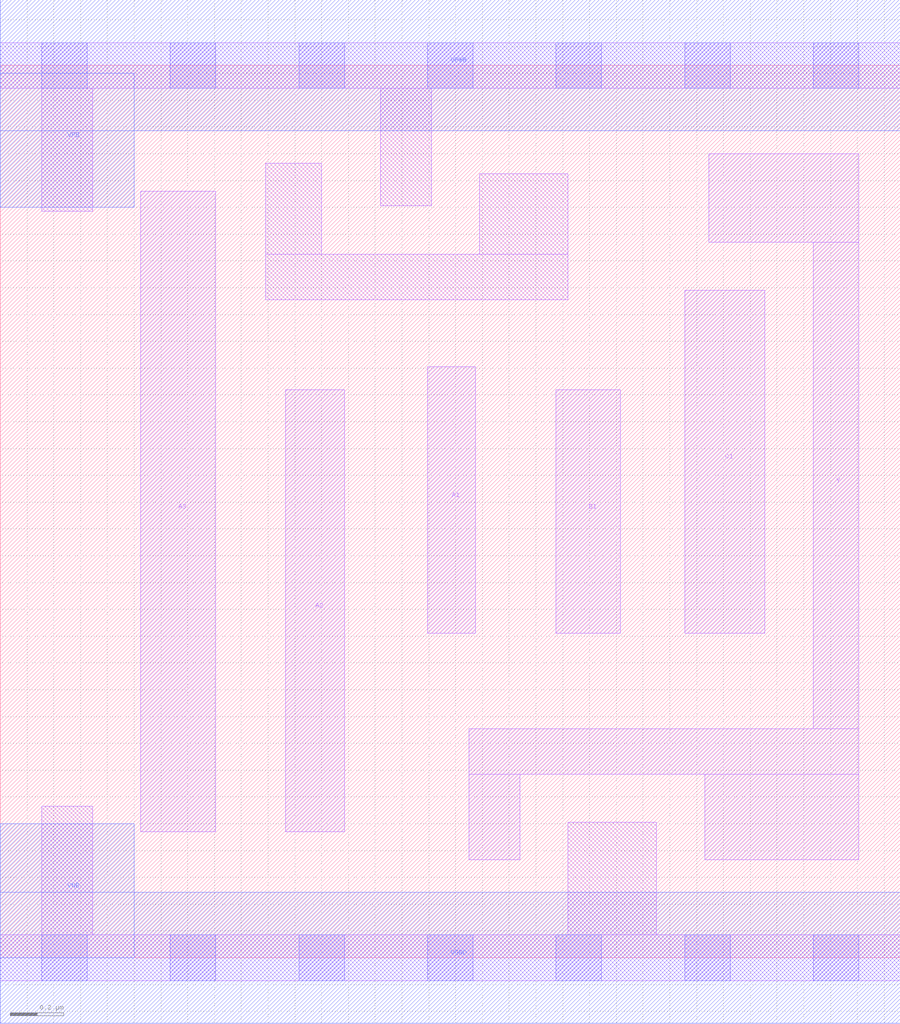
<source format=lef>
# Copyright 2020 The SkyWater PDK Authors
#
# Licensed under the Apache License, Version 2.0 (the "License");
# you may not use this file except in compliance with the License.
# You may obtain a copy of the License at
#
#     https://www.apache.org/licenses/LICENSE-2.0
#
# Unless required by applicable law or agreed to in writing, software
# distributed under the License is distributed on an "AS IS" BASIS,
# WITHOUT WARRANTIES OR CONDITIONS OF ANY KIND, either express or implied.
# See the License for the specific language governing permissions and
# limitations under the License.
#
# SPDX-License-Identifier: Apache-2.0

VERSION 5.5 ;
NAMESCASESENSITIVE ON ;
BUSBITCHARS "[]" ;
DIVIDERCHAR "/" ;
MACRO sky130_fd_sc_lp__a311oi_m
  CLASS CORE ;
  SOURCE USER ;
  ORIGIN  0.000000  0.000000 ;
  SIZE  3.360000 BY  3.330000 ;
  SYMMETRY X Y R90 ;
  SITE unit ;
  PIN A1
    ANTENNAGATEAREA  0.126000 ;
    DIRECTION INPUT ;
    USE SIGNAL ;
    PORT
      LAYER li1 ;
        RECT 1.595000 1.210000 1.775000 2.205000 ;
    END
  END A1
  PIN A2
    ANTENNAGATEAREA  0.126000 ;
    DIRECTION INPUT ;
    USE SIGNAL ;
    PORT
      LAYER li1 ;
        RECT 1.065000 0.470000 1.285000 2.120000 ;
    END
  END A2
  PIN A3
    ANTENNAGATEAREA  0.126000 ;
    DIRECTION INPUT ;
    USE SIGNAL ;
    PORT
      LAYER li1 ;
        RECT 0.525000 0.470000 0.805000 2.860000 ;
    END
  END A3
  PIN B1
    ANTENNAGATEAREA  0.126000 ;
    DIRECTION INPUT ;
    USE SIGNAL ;
    PORT
      LAYER li1 ;
        RECT 2.075000 1.210000 2.315000 2.120000 ;
    END
  END B1
  PIN C1
    ANTENNAGATEAREA  0.126000 ;
    DIRECTION INPUT ;
    USE SIGNAL ;
    PORT
      LAYER li1 ;
        RECT 2.555000 1.210000 2.855000 2.490000 ;
    END
  END C1
  PIN Y
    ANTENNADIFFAREA  0.342300 ;
    DIRECTION OUTPUT ;
    USE SIGNAL ;
    PORT
      LAYER li1 ;
        RECT 1.750000 0.365000 1.940000 0.685000 ;
        RECT 1.750000 0.685000 3.205000 0.855000 ;
        RECT 2.630000 0.365000 3.205000 0.685000 ;
        RECT 2.645000 2.670000 3.205000 3.000000 ;
        RECT 3.035000 0.855000 3.205000 2.670000 ;
    END
  END Y
  PIN VGND
    DIRECTION INOUT ;
    USE GROUND ;
    PORT
      LAYER met1 ;
        RECT 0.000000 -0.245000 3.360000 0.245000 ;
    END
  END VGND
  PIN VNB
    DIRECTION INOUT ;
    USE GROUND ;
    PORT
      LAYER met1 ;
        RECT 0.000000 0.000000 0.500000 0.500000 ;
    END
  END VNB
  PIN VPB
    DIRECTION INOUT ;
    USE POWER ;
    PORT
      LAYER met1 ;
        RECT 0.000000 2.800000 0.500000 3.300000 ;
    END
  END VPB
  PIN VPWR
    DIRECTION INOUT ;
    USE POWER ;
    PORT
      LAYER met1 ;
        RECT 0.000000 3.085000 3.360000 3.575000 ;
    END
  END VPWR
  OBS
    LAYER li1 ;
      RECT 0.000000 -0.085000 3.360000 0.085000 ;
      RECT 0.000000  3.245000 3.360000 3.415000 ;
      RECT 0.155000  0.085000 0.345000 0.565000 ;
      RECT 0.155000  2.785000 0.345000 3.245000 ;
      RECT 0.990000  2.455000 2.120000 2.625000 ;
      RECT 0.990000  2.625000 1.200000 2.965000 ;
      RECT 1.420000  2.805000 1.610000 3.245000 ;
      RECT 1.790000  2.625000 2.120000 2.925000 ;
      RECT 2.120000  0.085000 2.450000 0.505000 ;
    LAYER mcon ;
      RECT 0.155000 -0.085000 0.325000 0.085000 ;
      RECT 0.155000  3.245000 0.325000 3.415000 ;
      RECT 0.635000 -0.085000 0.805000 0.085000 ;
      RECT 0.635000  3.245000 0.805000 3.415000 ;
      RECT 1.115000 -0.085000 1.285000 0.085000 ;
      RECT 1.115000  3.245000 1.285000 3.415000 ;
      RECT 1.595000 -0.085000 1.765000 0.085000 ;
      RECT 1.595000  3.245000 1.765000 3.415000 ;
      RECT 2.075000 -0.085000 2.245000 0.085000 ;
      RECT 2.075000  3.245000 2.245000 3.415000 ;
      RECT 2.555000 -0.085000 2.725000 0.085000 ;
      RECT 2.555000  3.245000 2.725000 3.415000 ;
      RECT 3.035000 -0.085000 3.205000 0.085000 ;
      RECT 3.035000  3.245000 3.205000 3.415000 ;
  END
END sky130_fd_sc_lp__a311oi_m

</source>
